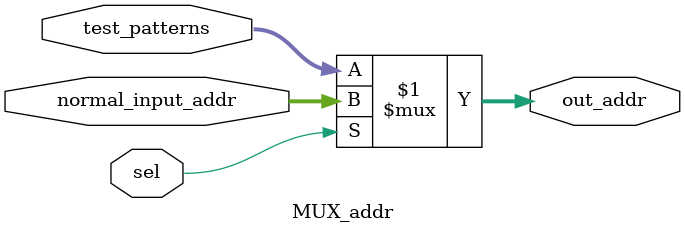
<source format=v>
module MUX_addr(
    normal_input_addr,
    test_patterns,
    sel,
    out_addr
);

input [3:0] normal_input_addr;
input [3:0] test_patterns;
input sel;
output [3:0] out_addr;

assign out_addr = (sel)? normal_input_addr:test_patterns;

endmodule


</source>
